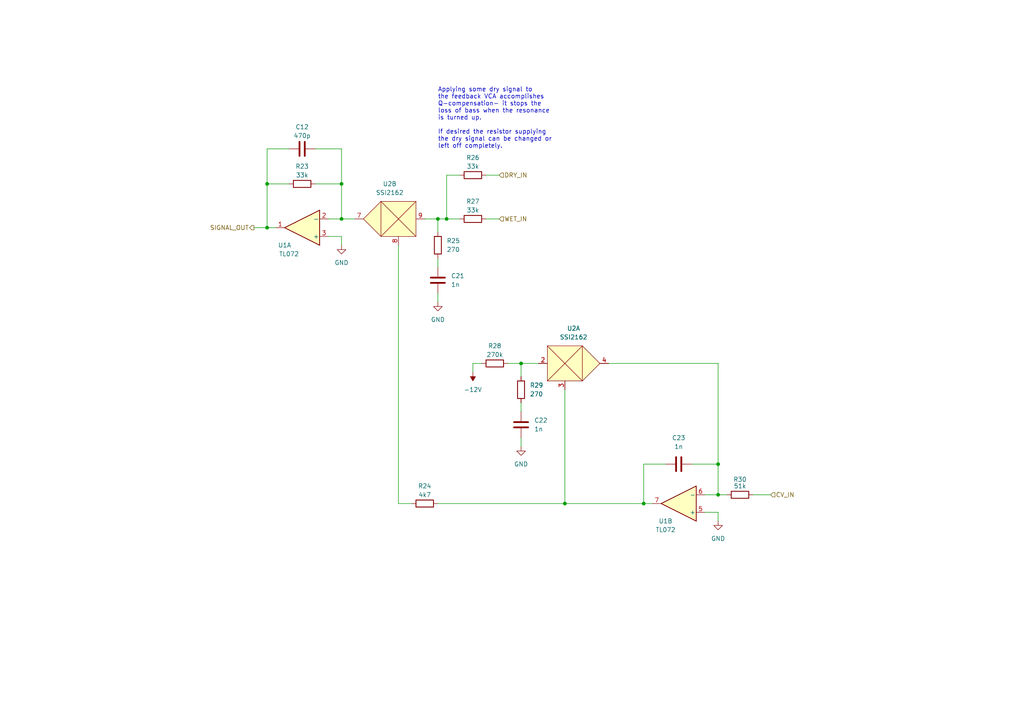
<source format=kicad_sch>
(kicad_sch (version 20211123) (generator eeschema)
  (paper "A4")
  (title_block (title "minimoog LPF") (date "2022-07-19") (rev "0.1") (comment 1 "creativecommons.org/licenses/by/4.0/") (comment 2 "License: CC by 4.0") (comment 3 "Author: Jordan Aceto"))
  (lib_symbols
    (symbol "Amplifier_Operational:TL072" (pin_names (offset 0.127))
      (property "Reference" "U" (at 0 5.08 0))
      (property "Value" "TL072" (at 0 -5.08 0))
      (symbol "TL072_1_1"
        (polyline (pts (xy -5.08 5.08) (xy 5.08 0) (xy -5.08 -5.08) (xy -5.08 5.08)) (stroke (width 0.254)) (fill (type background)))
        (pin output line (at 7.62 0 180) (length 2.54) (name "~") (number "1"))
        (pin input line (at -7.62 -2.54 0) (length 2.54) (name "-") (number "2"))
        (pin input line (at -7.62 2.54 0) (length 2.54) (name "+") (number "3"))
      )
      (symbol "TL072_2_1"
        (polyline (pts (xy -5.08 5.08) (xy 5.08 0) (xy -5.08 -5.08) (xy -5.08 5.08)) (stroke (width 0.254)) (fill (type background)))
        (pin input line (at -7.62 2.54 0) (length 2.54) (name "+") (number "5"))
        (pin input line (at -7.62 -2.54 0) (length 2.54) (name "-") (number "6"))
        (pin output line (at 7.62 0 180) (length 2.54) (name "~") (number "7"))
      )
      (symbol "TL072_3_1"
        (pin power_in line (at -2.54 -7.62 90) (length 3.81) (name "V-") (number "4"))
        (pin power_in line (at -2.54 7.62 270) (length 3.81) (name "V+") (number "8"))
      )
    )
    (symbol "Device:C" (pin_numbers hide) (pin_names (offset 0.254))
      (property "Reference" "C" (at 0.635 2.54 0))
      (property "Value" "C" (at 0.635 -2.54 0))
      (symbol "C_0_1"
        (polyline (pts (xy -2.032 -0.762) (xy 2.032 -0.762)) (stroke (width 0.508)))
        (polyline (pts (xy -2.032 0.762) (xy 2.032 0.762)) (stroke (width 0.508)))
      )
      (symbol "C_1_1"
        (pin passive line (at 0 3.81 270) (length 2.794) (name "~") (number "1"))
        (pin passive line (at 0 -3.81 90) (length 2.794) (name "~") (number "2"))
      )
    )
    (symbol "Device:R" (pin_numbers hide) (pin_names (offset 0))
      (property "Reference" "R" (at 2.032 0 90))
      (property "Value" "R" (at 0 0 90))
      (symbol "R_0_1"
        (rectangle (start -1.016 -2.54) (end 1.016 2.54) (stroke (width 0.254)))
      )
      (symbol "R_1_1"
        (pin passive line (at 0 3.81 270) (length 1.27) (name "~") (number "1"))
        (pin passive line (at 0 -3.81 90) (length 1.27) (name "~") (number "2"))
      )
    )
    (symbol "custom_symbols:SSI2162" (pin_names (offset 1.016))
      (property "Reference" "U?" (at -2.54 10.16 0))
      (property "Value" "SSI2162" (at -2.54 7.62 0))
      (symbol "SSI2162_1_1"
        (rectangle (start -5.08 5.08) (end 5.08 -5.08) (fill (type background)))
        (polyline (pts (xy 5.08 5.08) (xy -5.08 -5.08)))
        (polyline (pts (xy 5.08 5.08) (xy 10.16 0) (xy 5.08 -5.08) (xy -5.08 5.08)) (fill (type background)))
        (pin input line (at -7.62 0 0) (length 2.54) (name "~") (number "2"))
        (pin input line (at 0 -7.62 90) (length 2.54) (name "~") (number "3"))
        (pin output line (at 12.7 0 180) (length 2.54) (name "~") (number "4"))
      )
      (symbol "SSI2162_2_1"
        (rectangle (start -5.08 5.08) (end 5.08 -5.08) (fill (type background)))
        (polyline (pts (xy 5.08 5.08) (xy -5.08 -5.08)))
        (polyline (pts (xy 5.08 5.08) (xy 10.16 0) (xy 5.08 -5.08) (xy -5.08 5.08)) (fill (type background)))
        (pin output line (at 12.7 0 180) (length 2.54) (name "~") (number "7"))
        (pin input line (at 0 -7.62 90) (length 2.54) (name "~") (number "8"))
        (pin input line (at -7.62 0 0) (length 2.54) (name "~") (number "9"))
      )
      (symbol "SSI2162_3_1"
        (rectangle (start 3.81 -10.16) (end -3.81 6.35) (fill (type background)))
        (pin input line (at 6.35 3.81 180) (length 2.54) (name "MODE") (number "1"))
        (pin power_in line (at 6.35 0 180) (length 2.54) (name "V+") (number "10"))
        (pin power_in line (at 6.35 -3.81 180) (length 2.54) (name "GND") (number "5"))
        (pin power_in line (at 6.35 -7.62 180) (length 2.54) (name "V-") (number "6"))
      )
    )
    (symbol "power:-12V" (power) (pin_names (offset 0))
      (property "Value" "-12V" (at 0 3.81 0))
      (symbol "-12V_0_0"
        (pin power_in line (at 0 0 90) (length 0) hide (name "-12V") (number "1"))
      )
      (symbol "-12V_0_1"
        (polyline (pts (xy 0 0) (xy 0 1.27) (xy 0.762 1.27) (xy 0 2.54) (xy -0.762 1.27) (xy 0 1.27)) (fill (type outline)))
      )
    )
    (symbol "power:GND" (power) (pin_names (offset 0))
      (property "Value" "GND" (at 0 -3.81 0))
      (symbol "GND_0_1"
        (polyline (pts (xy 0 0) (xy 0 -1.27) (xy 1.27 -1.27) (xy 0 -2.54) (xy -1.27 -1.27) (xy 0 -1.27)))
      )
      (symbol "GND_1_1"
        (pin power_in line (at 0 0 270) (length 0) hide (name "GND") (number "1"))
      )
    )
  )
  (junction (at 99.06 63.5))
  (junction (at 208.28 143.51))
  (junction (at 99.06 53.34))
  (junction (at 151.13 105.41))
  (junction (at 77.47 66.04))
  (junction (at 127 63.5))
  (junction (at 163.83 146.05))
  (junction (at 208.28 134.62))
  (junction (at 77.47 53.34))
  (junction (at 186.69 146.05))
  (junction (at 129.54 63.5))
  (wire (pts (xy 186.69 134.62) (xy 186.69 146.05)))
  (wire (pts (xy 163.83 146.05) (xy 186.69 146.05)))
  (wire (pts (xy 208.28 134.62) (xy 208.28 105.41)))
  (wire (pts (xy 99.06 63.5) (xy 99.06 53.34)))
  (wire (pts (xy 208.28 143.51) (xy 208.28 134.62)))
  (wire (pts (xy 151.13 127) (xy 151.13 129.54)))
  (wire (pts (xy 91.44 43.18) (xy 99.06 43.18)))
  (wire (pts (xy 99.06 68.58) (xy 95.25 68.58)))
  (wire (pts (xy 99.06 63.5) (xy 102.87 63.5)))
  (wire (pts (xy 204.47 143.51) (xy 208.28 143.51)))
  (wire (pts (xy 151.13 105.41) (xy 147.32 105.41)))
  (wire (pts (xy 218.44 143.51) (xy 223.52 143.51)))
  (wire (pts (xy 186.69 146.05) (xy 189.23 146.05)))
  (wire (pts (xy 137.16 107.95) (xy 137.16 105.41)))
  (wire (pts (xy 129.54 50.8) (xy 129.54 63.5)))
  (wire (pts (xy 208.28 151.13) (xy 208.28 148.59)))
  (wire (pts (xy 99.06 43.18) (xy 99.06 53.34)))
  (wire (pts (xy 127 63.5) (xy 123.19 63.5)))
  (wire (pts (xy 83.82 43.18) (xy 77.47 43.18)))
  (wire (pts (xy 133.35 50.8) (xy 129.54 50.8)))
  (wire (pts (xy 127 63.5) (xy 129.54 63.5)))
  (wire (pts (xy 151.13 116.84) (xy 151.13 119.38)))
  (wire (pts (xy 73.66 66.04) (xy 77.47 66.04)))
  (wire (pts (xy 208.28 143.51) (xy 210.82 143.51)))
  (wire (pts (xy 208.28 148.59) (xy 204.47 148.59)))
  (wire (pts (xy 151.13 105.41) (xy 156.21 105.41)))
  (wire (pts (xy 163.83 113.03) (xy 163.83 146.05)))
  (wire (pts (xy 115.57 71.12) (xy 115.57 146.05)))
  (wire (pts (xy 163.83 146.05) (xy 127 146.05)))
  (wire (pts (xy 99.06 53.34) (xy 91.44 53.34)))
  (wire (pts (xy 176.53 105.41) (xy 208.28 105.41)))
  (wire (pts (xy 99.06 71.12) (xy 99.06 68.58)))
  (wire (pts (xy 129.54 63.5) (xy 133.35 63.5)))
  (wire (pts (xy 77.47 43.18) (xy 77.47 53.34)))
  (wire (pts (xy 77.47 66.04) (xy 80.01 66.04)))
  (wire (pts (xy 140.97 63.5) (xy 144.78 63.5)))
  (wire (pts (xy 127 85.09) (xy 127 87.63)))
  (wire (pts (xy 83.82 53.34) (xy 77.47 53.34)))
  (wire (pts (xy 127 67.31) (xy 127 63.5)))
  (wire (pts (xy 193.04 134.62) (xy 186.69 134.62)))
  (wire (pts (xy 151.13 109.22) (xy 151.13 105.41)))
  (wire (pts (xy 140.97 50.8) (xy 144.78 50.8)))
  (wire (pts (xy 95.25 63.5) (xy 99.06 63.5)))
  (wire (pts (xy 208.28 134.62) (xy 200.66 134.62)))
  (wire (pts (xy 137.16 105.41) (xy 139.7 105.41)))
  (wire (pts (xy 127 74.93) (xy 127 77.47)))
  (wire (pts (xy 119.38 146.05) (xy 115.57 146.05)))
  (wire (pts (xy 77.47 53.34) (xy 77.47 66.04)))
  (text "Applying some dry signal to\nthe feedback VCA accomplishes\nQ-compensation- it stops the \nloss of bass when the resonance\nis turned up.\n\nIf desired the resistor supplying\nthe dry signal can be changed or\nleft off completely." (at 127 43.18 0) (effects (font (size 1.27 1.27)) (justify left bottom)))
  (hierarchical_label "DRY_IN" (shape input) (at 144.78 50.8 0))
  (hierarchical_label "SIGNAL_OUT" (shape output) (at 73.66 66.04 180))
  (hierarchical_label "WET_IN" (shape input) (at 144.78 63.5 0))
  (hierarchical_label "CV_IN" (shape input) (at 223.52 143.51 0))
  (symbol (lib_id "Amplifier_Operational:TL072") (at 196.85 146.05 180) (unit 2)
    (property "Reference" "U1" (at 193.04 151.13 0))
    (property "Value" "TL072" (at 193.04 153.67 0))
    (property "Footprint" "Package_SO:SOIC-8_3.9x4.9mm_P1.27mm" (effects hide))
    (property "Datasheet" "http://www.ti.com/lit/ds/symlink/tl071.pdf" (effects hide))
  )
  (symbol (lib_id "Device:R") (at 214.63 143.51 90) (unit 1)
    (property "Reference" "R30" (at 214.63 139.065 90))
    (property "Value" "51k" (at 214.63 140.97 90))
    (property "Footprint" "Resistor_SMD:R_0603_1608Metric" (effects hide))
  )
  (symbol (lib_id "Device:R") (at 123.19 146.05 270) (mirror x) (unit 1)
    (property "Reference" "R24" (at 123.19 140.97 90))
    (property "Value" "4k7" (at 123.19 143.51 90))
    (property "Footprint" "Resistor_SMD:R_0603_1608Metric" (effects hide))
  )
  (symbol (lib_id "custom_symbols:SSI2162") (at 115.57 63.5 0) (mirror y) (unit 2)
    (property "Reference" "U2" (at 113.03 53.34 0))
    (property "Value" "SSI2162" (at 113.03 55.88 0))
    (property "Footprint" "Package_SO:SSOP-10_3.9x4.9mm_P1.00mm" (effects hide))
    (property "Datasheet" "https://www.soundsemiconductor.com/downloads/ssi2162datasheet.pdf" (effects hide))
  )
  (symbol (lib_id "Device:R") (at 143.51 105.41 270) (mirror x) (unit 1)
    (property "Reference" "R28" (at 143.51 100.33 90))
    (property "Value" "270k" (at 143.51 102.87 90))
    (property "Footprint" "Resistor_SMD:R_0603_1608Metric" (effects hide))
  )
  (symbol (lib_id "Device:R") (at 137.16 63.5 90) (unit 1)
    (property "Reference" "R27" (at 137.16 58.42 90))
    (property "Value" "33k" (at 137.16 60.96 90))
    (property "Footprint" "Resistor_SMD:R_0603_1608Metric" (effects hide))
  )
  (symbol (lib_id "power:GND") (at 99.06 71.12 0) (unit 1)
    (property "Reference" "#PWR016" (effects hide))
    (property "Value" "GND" (at 99.06 76.2 0))
  )
  (symbol (lib_id "custom_symbols:SSI2162") (at 163.83 105.41 0) (unit 1)
    (property "Reference" "U2" (at 166.37 95.25 0))
    (property "Value" "SSI2162" (at 166.37 97.79 0))
    (property "Footprint" "Package_SO:SSOP-10_3.9x4.9mm_P1.00mm" (effects hide))
    (property "Datasheet" "https://www.soundsemiconductor.com/downloads/ssi2162datasheet.pdf" (effects hide))
  )
  (symbol (lib_id "power:-12V") (at 137.16 107.95 180) (unit 1)
    (property "Reference" "#PWR018" (effects hide))
    (property "Value" "-12V" (at 137.16 113.03 0))
  )
  (symbol (lib_id "Device:C") (at 196.85 134.62 90) (unit 1)
    (property "Reference" "C23" (at 196.85 127 90))
    (property "Value" "1n" (at 196.85 129.54 90))
    (property "Footprint" "Capacitor_SMD:C_0603_1608Metric" (effects hide))
  )
  (symbol (lib_id "Device:R") (at 137.16 50.8 90) (unit 1)
    (property "Reference" "R26" (at 137.16 45.72 90))
    (property "Value" "33k" (at 137.16 48.26 90))
    (property "Footprint" "Resistor_SMD:R_0603_1608Metric" (effects hide))
  )
  (symbol (lib_id "Amplifier_Operational:TL072") (at 87.63 66.04 180) (unit 1)
    (property "Reference" "U1" (at 82.55 71.12 0))
    (property "Value" "TL072" (at 83.82 73.66 0))
    (property "Footprint" "Package_SO:SOIC-8_3.9x4.9mm_P1.27mm" (effects hide))
    (property "Datasheet" "http://www.ti.com/lit/ds/symlink/tl071.pdf" (effects hide))
  )
  (symbol (lib_id "Device:C") (at 87.63 43.18 90) (unit 1)
    (property "Reference" "C12" (at 87.63 36.83 90))
    (property "Value" "470p" (at 87.63 39.37 90))
    (property "Footprint" "Capacitor_SMD:C_0603_1608Metric" (effects hide))
  )
  (symbol (lib_id "Device:R") (at 87.63 53.34 90) (unit 1)
    (property "Reference" "R23" (at 87.63 48.26 90))
    (property "Value" "33k" (at 87.63 50.8 90))
    (property "Footprint" "Resistor_SMD:R_0603_1608Metric" (effects hide))
  )
  (symbol (lib_id "power:GND") (at 208.28 151.13 0) (unit 1)
    (property "Reference" "#PWR020" (effects hide))
    (property "Value" "GND" (at 208.28 156.21 0))
  )
  (symbol (lib_id "Device:C") (at 151.13 123.19 0) (mirror y) (unit 1)
    (property "Reference" "C22" (at 154.94 121.9199 0) (effects (justify right)))
    (property "Value" "1n" (at 154.94 124.4599 0) (effects (justify right)))
    (property "Footprint" "Capacitor_SMD:C_0603_1608Metric" (effects hide))
  )
  (symbol (lib_id "power:GND") (at 127 87.63 0) (unit 1)
    (property "Reference" "#PWR017" (effects hide))
    (property "Value" "GND" (at 127 92.71 0))
  )
  (symbol (lib_id "Device:R") (at 127 71.12 0) (unit 1)
    (property "Reference" "R25" (at 129.54 69.8499 0) (effects (justify left)))
    (property "Value" "270" (at 129.54 72.3899 0) (effects (justify left)))
    (property "Footprint" "Resistor_SMD:R_0603_1608Metric" (effects hide))
  )
  (symbol (lib_id "Device:R") (at 151.13 113.03 0) (mirror y) (unit 1)
    (property "Reference" "R29" (at 153.67 111.7599 0) (effects (justify right)))
    (property "Value" "270" (at 153.67 114.2999 0) (effects (justify right)))
    (property "Footprint" "Resistor_SMD:R_0603_1608Metric" (effects hide))
  )
  (symbol (lib_id "Device:C") (at 127 81.28 0) (unit 1)
    (property "Reference" "C21" (at 130.81 80.0099 0) (effects (justify left)))
    (property "Value" "1n" (at 130.81 82.5499 0) (effects (justify left)))
    (property "Footprint" "Capacitor_SMD:C_0603_1608Metric" (effects hide))
  )
  (symbol (lib_id "power:GND") (at 151.13 129.54 0) (mirror y) (unit 1)
    (property "Reference" "#PWR019" (effects hide))
    (property "Value" "GND" (at 151.13 134.62 0))
  )
)
</source>
